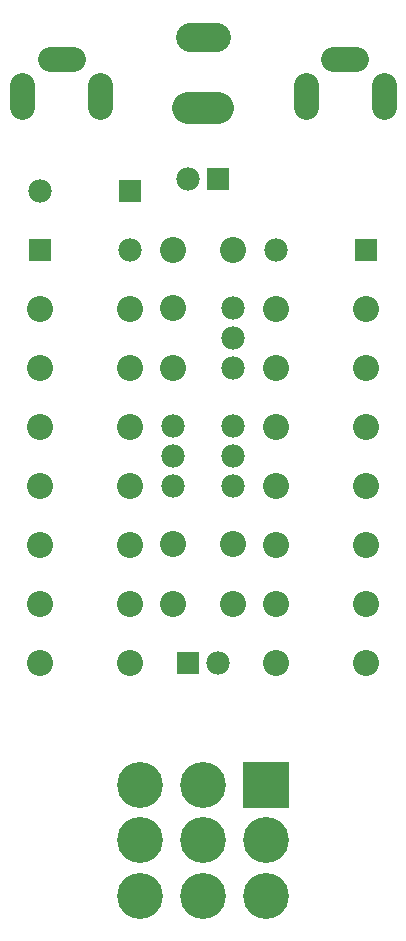
<source format=gbr>
G04 EAGLE Gerber RS-274X export*
G75*
%MOMM*%
%FSLAX34Y34*%
%LPD*%
%INSoldermask Top*%
%IPPOS*%
%AMOC8*
5,1,8,0,0,1.08239X$1,22.5*%
G01*
%ADD10C,2.203200*%
%ADD11R,1.981200X1.981200*%
%ADD12C,1.981200*%
%ADD13C,2.703200*%
%ADD14C,2.453200*%
%ADD15R,3.886200X3.886200*%
%ADD16C,3.886200*%
%ADD17C,2.133600*%


D10*
X215000Y319600D03*
X215000Y370400D03*
X165000Y519600D03*
X165000Y570400D03*
X215400Y620000D03*
X164600Y620000D03*
X165000Y370400D03*
X165000Y319600D03*
D11*
X202700Y680000D03*
D12*
X177300Y680000D03*
D11*
X328100Y620000D03*
D12*
X251900Y620000D03*
D11*
X128100Y670000D03*
D12*
X51900Y670000D03*
D11*
X51900Y620000D03*
D12*
X128100Y620000D03*
X202700Y270000D03*
D11*
X177300Y270000D03*
D13*
X177500Y740000D02*
X202500Y740000D01*
D14*
X201250Y800000D02*
X178750Y800000D01*
D12*
X165000Y470400D03*
X165000Y445000D03*
X165000Y419600D03*
X215000Y570400D03*
X215000Y545000D03*
X215000Y519600D03*
X215000Y470400D03*
X215000Y445000D03*
X215000Y419600D03*
D10*
X328100Y270000D03*
X251900Y270000D03*
X51900Y420000D03*
X128100Y420000D03*
X128100Y470000D03*
X51900Y470000D03*
X51900Y370000D03*
X128100Y370000D03*
X128100Y320000D03*
X51900Y320000D03*
X128098Y270013D03*
X51898Y270013D03*
X328100Y320000D03*
X251900Y320000D03*
X251900Y370000D03*
X328100Y370000D03*
X251900Y520000D03*
X328100Y520000D03*
X251900Y470000D03*
X328100Y470000D03*
X328100Y420000D03*
X251900Y420000D03*
X251900Y570000D03*
X328100Y570000D03*
X51900Y520000D03*
X128100Y520000D03*
X128100Y570000D03*
X51900Y570000D03*
D15*
X243000Y167000D03*
D16*
X243000Y120000D03*
X243000Y73000D03*
X190000Y167000D03*
X190000Y120000D03*
X190000Y73000D03*
X137000Y167000D03*
X137000Y120000D03*
X137000Y73000D03*
D17*
X103000Y740348D02*
X103000Y759652D01*
X37000Y759652D02*
X37000Y740348D01*
X60348Y781000D02*
X79652Y781000D01*
X343000Y759652D02*
X343000Y740348D01*
X277000Y740348D02*
X277000Y759652D01*
X300348Y781000D02*
X319652Y781000D01*
M02*

</source>
